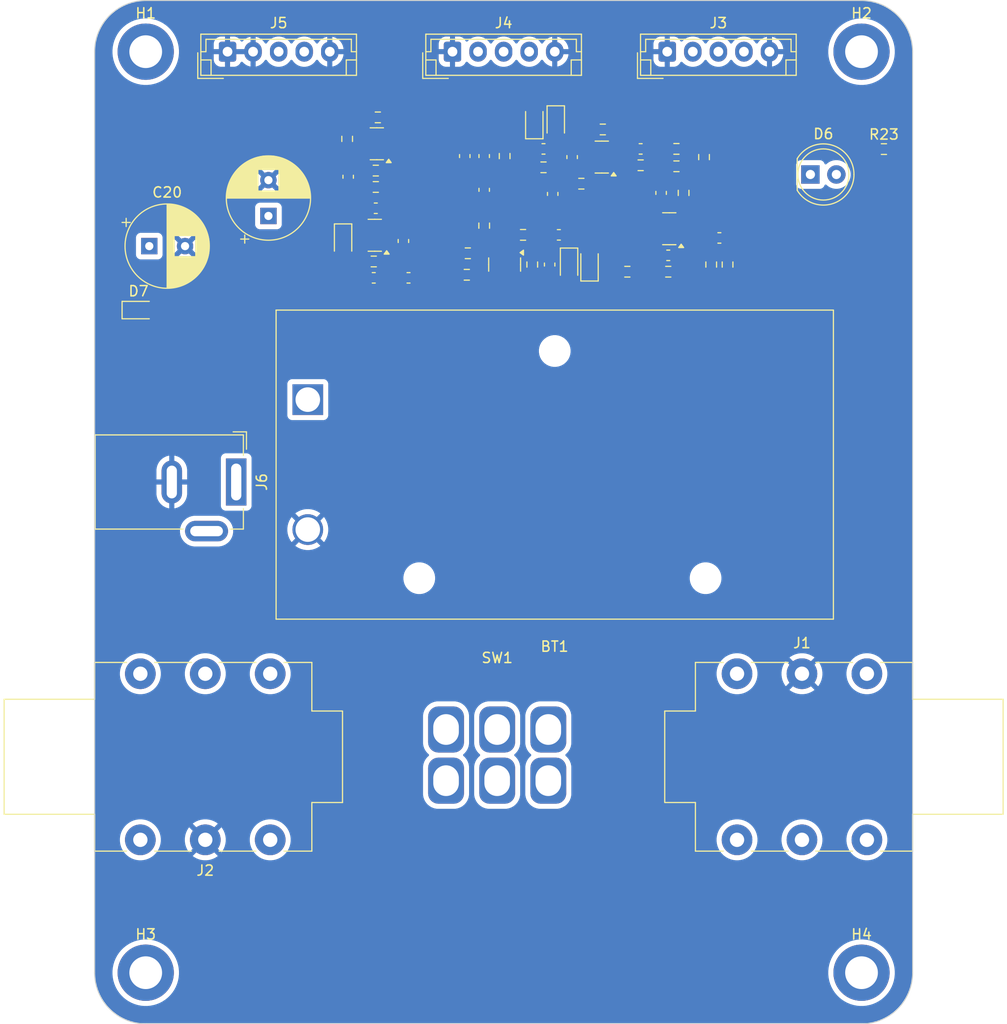
<source format=kicad_pcb>
(kicad_pcb (version 20241229) (generator "pcbnew") (generator_version "9.0")
  (layers (0 "F.Cu" signal) (2 "B.Cu" signal) (13 "F.Paste" user) (15 "B.Paste" user) (5 "F.SilkS" user "F.Silkscreen") (7 "B.SilkS" user "B.Silkscreen") (1 "F.Mask" user) (3 "B.Mask" user) (25 "Edge.Cuts" user))
  (net 0 "")
  (net 1 "Net-(D1-K)")
  (net 2 "Net-(D1-A)")
  (net 3 "Net-(D3-K)")
  (net 4 "Net-(D3-A)")
  (net 5 "Net-(Q1-E)")
  (net 6 "Net-(Q2-E)")
  (net 7 "Net-(Q3-B)")
  (net 8 "Net-(Q3-E)")
  (net 9 "Net-(Q3-C)")
  (net 10 "Net-(Q5-B)")
  (net 11 "Net-(Q4-B)")
  (net 12 "Net-(Q4-C)")
  (net 13 "0")
  (net 14 "9V")
  (net 15 "Net-(Q1-B)")
  (net 16 "Net-(Q2-B)")
  (net 17 "Net-(C2-Pad1)")
  (net 18 "Net-(C4-Pad1)")
  (net 19 "Net-(C7-Pad1)")
  (net 20 "Net-(D4-K)")
  (net 21 "Net-(Q4-E)")
  (net 26 "FS_OUT")
  (net 31 "F_OUT")
  (net 32 "Net-(J5-Pin_4)")
  (net 33 "Net-(J4-Pin_4)")
  (net 34 "Net-(J4-Pin_2)")
  (net 35 "Net-(SW1A-B)")
  (net 36 "Net-(D6-A)")
  (net 37 "Net-(J3-Pin_3)")
  (net 38 "Net-(J3-Pin_4)")
  (net 39 "Net-(J5-Pin_3)")
  (net 40 "Net-(D6-K)")
  (net 41 "SW_IN")
  (net 43 "Net-(BT1-+)")
  (net 44 "Net-(D7-A)")
  (footprint "Resistor_SMD:R_0603_1608Metric_Pad0.98x0.95mm_HandSolder" (layer "F.Cu") (at 107.6 68.8 -90)
    (property "Reference" "R2" (hide yes))
    (property "Value" "100")
    (pad "1" smd roundrect (at -0.9125 0 270) (size 0.975 0.95) (layers "F.Cu" "F.Mask" "F.Paste") (net 13 "0"))
    (pad "2" smd roundrect (at 0.9125 0 270) (size 0.975 0.95) (layers "F.Cu" "F.Mask" "F.Paste") (net 21 "Net-(Q4-E)"))
  )
  (footprint "Capacitor_SMD:C_0603_1608Metric_Pad1.08x0.95mm_HandSolder" (layer "F.Cu") (at 93.9 64.5 180)
    (property "Reference" "C6" (hide yes))
    (property "Value" "1u")
    (pad "1" smd roundrect (at -0.8625 0 180) (size 1.075 0.95) (layers "F.Cu" "F.Mask" "F.Paste") (net 15 "Net-(Q1-B)"))
    (pad "2" smd roundrect (at 0.8625 0 180) (size 1.075 0.95) (layers "F.Cu" "F.Mask" "F.Paste") (net 4 "Net-(D3-A)"))
  )
  (footprint "Diode_SMD:D_SOD-323" (layer "F.Cu") (at 95.1 61.9 -90)
    (property "Reference" "D3" (hide yes))
    (property "Value" "1N4148WS")
    (pad "1" smd roundrect (at -1.05 0 270) (size 0.6 0.45) (layers "F.Cu" "F.Mask" "F.Paste") (net 3 "Net-(D3-K)"))
    (pad "2" smd roundrect (at 1.05 0 270) (size 0.6 0.45) (layers "F.Cu" "F.Mask" "F.Paste") (net 4 "Net-(D3-A)"))
  )
  (footprint "Diode_SMD:D_SOD-323" (layer "F.Cu") (at 93 61.9 90)
    (property "Reference" "D5" (hide yes))
    (property "Value" "1N4148WS")
    (pad "1" smd roundrect (at -1.05 0 90) (size 0.6 0.45) (layers "F.Cu" "F.Mask" "F.Paste") (net 4 "Net-(D3-A)"))
    (pad "2" smd roundrect (at 1.05 0 90) (size 0.6 0.45) (layers "F.Cu" "F.Mask" "F.Paste") (net 3 "Net-(D3-K)"))
  )
  (footprint "LED_THT:LED_D5.0mm" (layer "F.Cu") (at 120 67)
    (property "Reference" "D6" (at 1.27 -3.96 0) (layer "F.SilkS"))
    (property "Value" "LED")
    (pad "1" thru_hole rect (at 0 0) (size 1.8 1.8) (drill 0.9) (layers "*.Cu" "*.Mask") (net 40 "Net-(D6-K)"))
    (pad "2" thru_hole circle (at 2.54 0) (size 1.8 1.8) (drill 0.9) (layers "*.Cu" "*.Mask") (net 36 "Net-(D6-A)"))
  )
  (footprint "Capacitor_SMD:C_0603_1608Metric_Pad1.08x0.95mm_HandSolder" (layer "F.Cu") (at 88.1 65.2 90)
    (property "Reference" "C13" (hide yes))
    (property "Value" "10n")
    (pad "1" smd roundrect (at -0.8625 0 90) (size 1.075 0.95) (layers "F.Cu" "F.Mask" "F.Paste") (net 13 "0"))
    (pad "2" smd roundrect (at 0.8625 0 90) (size 1.075 0.95) (layers "F.Cu" "F.Mask" "F.Paste") (net 34 "Net-(J4-Pin_2)"))
  )
  (footprint "Resistor_SMD:R_0603_1608Metric_Pad0.98x0.95mm_HandSolder" (layer "F.Cu") (at 88.1 72 90)
    (property "Reference" "R22" (hide yes))
    (property "Value" "22k")
    (pad "1" smd roundrect (at -0.9125 0 90) (size 0.975 0.95) (layers "F.Cu" "F.Mask" "F.Paste") (net 13 "0"))
    (pad "2" smd roundrect (at 0.9125 0 90) (size 0.975 0.95) (layers "F.Cu" "F.Mask" "F.Paste") (net 33 "Net-(J4-Pin_4)"))
  )
  (footprint "pedale:M3_hole_with_spacer" (layer "F.Cu") (at 55 145)
    (property "Reference" "H3" (at 0 -3.75 0) (layer "F.SilkS"))
    (property "Value" "MountingHole")
    (pad "1" thru_hole circle (at 0 0) (size 3.6 3.6) (drill 3.2) (layers "*.Cu" "*.Mask"))
    (pad "1" connect circle (at 0 0) (size 5.5 5.5) (layers "F.Cu" "F.Mask"))
    (pad "1" connect circle (at 0 0) (size 5.5 5.5) (layers "B.Cu" "B.Mask"))
  )
  (footprint "Capacitor_SMD:C_0603_1608Metric_Pad1.08x0.95mm_HandSolder" (layer "F.Cu") (at 88.1 68.5 -90)
    (property "Reference" "C12" (hide yes))
    (property "Value" "4.7n")
    (pad "1" smd roundrect (at -0.8625 0 270) (size 1.075 0.95) (layers "F.Cu" "F.Mask" "F.Paste") (net 2 "Net-(D1-A)"))
    (pad "2" smd roundrect (at 0.8625 0 270) (size 1.075 0.95) (layers "F.Cu" "F.Mask" "F.Paste") (net 33 "Net-(J4-Pin_4)"))
  )
  (footprint "Resistor_SMD:R_0603_1608Metric_Pad0.98x0.95mm_HandSolder" (layer "F.Cu") (at 103.4 66.1)
    (property "Reference" "R9" (hide yes))
    (property "Value" "470k")
    (pad "1" smd roundrect (at -0.9125 0) (size 0.975 0.95) (layers "F.Cu" "F.Mask" "F.Paste") (net 15 "Net-(Q1-B)"))
    (pad "2" smd roundrect (at 0.9125 0) (size 0.975 0.95) (layers "F.Cu" "F.Mask" "F.Paste") (net 3 "Net-(D3-K)"))
  )
  (footprint "Connector_JST:JST_EH_B5B-EH-A_1x05_P2.50mm_Vertical" (layer "F.Cu") (at 63 55)
    (property "Reference" "J5" (at 5 -2.8 0) (layer "F.SilkS"))
    (property "Value" "Conn_01x05")
    (pad "1" thru_hole roundrect (at 0 0) (size 1.7 1.95) (drill 0.95) (layers "*.Cu" "*.Mask") (roundrect_rratio 0.147059) (net 13 "0"))
    (pad "2" thru_hole oval (at 2.5 0) (size 1.7 1.95) (drill 0.95) (layers "*.Cu" "*.Mask") (net 13 "0"))
    (pad "3" thru_hole oval (at 5 0) (size 1.7 1.95) (drill 0.95) (layers "*.Cu" "*.Mask") (net 39 "Net-(J5-Pin_3)"))
    (pad "4" thru_hole oval (at 7.5 0) (size 1.7 1.95) (drill 0.95) (layers "*.Cu" "*.Mask") (net 32 "Net-(J5-Pin_4)"))
    (pad "5" thru_hole oval (at 10 0) (size 1.7 1.95) (drill 0.95) (layers "*.Cu" "*.Mask") (net 13 "0"))
  )
  (footprint "Capacitor_SMD:C_0603_1608Metric_Pad1.08x0.95mm_HandSolder" (layer "F.Cu") (at 94.5 75.8 -90)
    (property "Reference" "C9" (hide yes))
    (property "Value" "470p")
    (pad "1" smd roundrect (at -0.8625 0 270) (size 1.075 0.95) (layers "F.Cu" "F.Mask" "F.Paste") (net 16 "Net-(Q2-B)"))
    (pad "2" smd roundrect (at 0.8625 0 270) (size 1.075 0.95) (layers "F.Cu" "F.Mask" "F.Paste") (net 2 "Net-(D1-A)"))
  )
  (footprint "pedale:M3_hole_with_spacer" (layer "F.Cu") (at 125 145)
    (property "Reference" "H4" (at 0 -3.75 0) (layer "F.SilkS"))
    (property "Value" "MountingHole")
    (pad "1" thru_hole circle (at 0 0) (size 3.6 3.6) (drill 3.2) (layers "*.Cu" "*.Mask"))
    (pad "1" connect circle (at 0 0) (size 5.5 5.5) (layers "F.Cu" "F.Mask"))
    (pad "1" connect circle (at 0 0) (size 5.5 5.5) (layers "B.Cu" "B.Mask"))
  )
  (footprint "Resistor_SMD:R_0603_1608Metric_Pad0.98x0.95mm_HandSolder" (layer "F.Cu") (at 97.6 67.9)
    (property "Reference" "R8" (hide yes))
    (property "Value" "100k")
    (pad "1" smd roundrect (at -0.9125 0) (size 0.975 0.95) (layers "F.Cu" "F.Mask" "F.Paste") (net 15 "Net-(Q1-B)"))
    (pad "2" smd roundrect (at 0.9125 0) (size 0.975 0.95) (layers "F.Cu" "F.Mask" "F.Paste") (net 13 "0"))
  )
  (footprint "Capacitor_SMD:C_0603_1608Metric_Pad1.08x0.95mm_HandSolder" (layer "F.Cu") (at 86.2 65.2 -90)
    (property "Reference" "C10" (hide yes))
    (property "Value" "100n")
    (pad "1" smd roundrect (at -0.8625 0 270) (size 1.075 0.95) (layers "F.Cu" "F.Mask" "F.Paste") (net 31 "F_OUT"))
    (pad "2" smd roundrect (at 0.8625 0 270) (size 1.075 0.95) (layers "F.Cu" "F.Mask" "F.Paste") (net 7 "Net-(Q3-B)"))
  )
  (footprint "Capacitor_SMD:C_0603_1608Metric_Pad1.08x0.95mm_HandSolder" (layer "F.Cu") (at 80.2 73.5 -90)
    (property "Reference" "C17" (hide yes))
    (property "Value" "10u")
    (pad "1" smd roundrect (at -0.8625 0 270) (size 1.075 0.95) (layers "F.Cu" "F.Mask" "F.Paste") (net 14 "9V"))
    (pad "2" smd roundrect (at 0.8625 0 270) (size 1.075 0.95) (layers "F.Cu" "F.Mask" "F.Paste") (net 13 "0"))
  )
  (footprint "Capacitor_SMD:C_0603_1608Metric_Pad1.08x0.95mm_HandSolder" (layer "F.Cu") (at 80.7 77.1 180)
    (property "Reference" "C18" (hide yes))
    (property "Value" "100n")
    (pad "1" smd roundrect (at -0.8625 0 180) (size 1.075 0.95) (layers "F.Cu" "F.Mask" "F.Paste") (net 13 "0"))
    (pad "2" smd roundrect (at 0.8625 0 180) (size 1.075 0.95) (layers "F.Cu" "F.Mask" "F.Paste") (net 10 "Net-(Q5-B)"))
  )
  (footprint "Capacitor_SMD:C_0603_1608Metric_Pad1.08x0.95mm_HandSolder" (layer "F.Cu") (at 77.5 70.3 180)
    (property "Reference" "C16" (hide yes))
    (property "Value" "10u")
    (pad "1" smd roundrect (at -0.8625 0 180) (size 1.075 0.95) (layers "F.Cu" "F.Mask" "F.Paste") (net 14 "9V"))
    (pad "2" smd roundrect (at 0.8625 0 180) (size 1.075 0.95) (layers "F.Cu" "F.Mask" "F.Paste") (net 13 "0"))
  )
  (footprint "Capacitor_SMD:C_0603_1608Metric_Pad1.08x0.95mm_HandSolder" (layer "F.Cu") (at 77.3 77.1 180)
    (property "Reference" "C14" (hide yes))
    (property "Value" "10u")
    (pad "1" smd roundrect (at -0.8625 0 180) (size 1.075 0.95) (layers "F.Cu" "F.Mask" "F.Paste") (net 10 "Net-(Q5-B)"))
    (pad "2" smd roundrect (at 0.8625 0 180) (size 1.075 0.95) (layers "F.Cu" "F.Mask" "F.Paste") (net 13 "0"))
  )
  (footprint "Resistor_SMD:R_0603_1608Metric_Pad0.98x0.95mm_HandSolder" (layer "F.Cu") (at 93.9 66.3)
    (property "Reference" "R12" (hide yes))
    (property "Value" "10k")
    (pad "1" smd roundrect (at -0.9125 0) (size 0.975 0.95) (layers "F.Cu" "F.Mask" "F.Paste") (net 3 "Net-(D3-K)"))
    (pad "2" smd roundrect (at 0.9125 0) (size 0.975 0.95) (layers "F.Cu" "F.Mask" "F.Paste") (net 19 "Net-(C7-Pad1)"))
  )
  (footprint "Diode_SMD:D_SOD-323" (layer "F.Cu") (at 98.4 75.8 90)
    (property "Reference" "D2" (hide yes))
    (property "Value" "1N4148WS")
    (pad "1" smd roundrect (at -1.05 0 90) (size 0.6 0.45) (layers "F.Cu" "F.Mask" "F.Paste") (net 2 "Net-(D1-A)"))
    (pad "2" smd roundrect (at 1.05 0 90) (size 0.6 0.45) (layers "F.Cu" "F.Mask" "F.Paste") (net 1 "Net-(D1-K)"))
  )
  (footprint "Connector_BarrelJack:BarrelJack_GCT_DCJ200-10-A_Horizontal" (layer "F.Cu") (at 63.85 97.05 -90)
    (property "Reference" "J6" (at 0 -2.5 90) (layer "F.SilkS"))
    (property "Value" "Barrel_Jack_MountingPin")
    (pad "1" thru_hole rect (at 0 0 270) (size 4.6 2) (drill oval 3.6 1) (layers "*.Cu" "*.Mask") (net 44 "Net-(D7-A)"))
    (pad "2" thru_hole oval (at 0 6.3 270) (size 4.2 2) (drill oval 3.2 1) (layers "*.Cu" "*.Mask") (net 13 "0"))
    (pad "3" thru_hole oval (at 4.8 2.9 270) (size 2 4.2) (drill oval 1 3.2) (layers "*.Cu" "*.Mask"))
  )
  (footprint "pedale:M3_hole_with_spacer" (layer "F.Cu") (at 55 55)
    (property "Reference" "H1" (at 0 -3.75 0) (layer "F.SilkS"))
    (property "Value" "MountingHole")
    (pad "1" thru_hole circle (at 0 0) (size 3.6 3.6) (drill 3.2) (layers "*.Cu" "*.Mask"))
    (pad "1" connect circle (at 0 0) (size 5.5 5.5) (layers "F.Cu" "F.Mask"))
    (pad "1" connect circle (at 0 0) (size 5.5 5.5) (layers "B.Cu" "B.Mask"))
  )
  (footprint "Resistor_SMD:R_0603_1608Metric_Pad0.98x0.95mm_HandSolder" (layer "F.Cu") (at 74.7 63.52 90)
    (property "Reference" "R20" (hide yes))
    (property "Value" "15k")
    (pad "1" smd roundrect (at -0.9125 0 90) (size 0.975 0.95) (layers "F.Cu" "F.Mask" "F.Paste") (net 9 "Net-(Q3-C)"))
    (pad "2" smd roundrect (at 0.9125 0 90) (size 0.975 0.95) (layers "F.Cu" "F.Mask" "F.Paste") (net 14 "9V"))
  )
  (footprint "Capacitor_THT:CP_Radial_D8.0mm_P3.50mm" (layer "F.Cu") (at 67 71.052651 90)
    (property "Reference" "C19" (hide yes))
    (property "Value" "470u")
    (pad "1" thru_hole rect (at 0 0 90) (size 1.6 1.6) (drill 0.8) (layers "*.Cu" "*.Mask") (net 14 "9V"))
    (pad "2" thru_hole circle (at 3.5 0 90) (size 1.6 1.6) (drill 0.8) (layers "*.Cu" "*.Mask") (net 13 "0"))
  )
  (footprint "Connector_JST:JST_EH_B5B-EH-A_1x05_P2.50mm_Vertical" (layer "F.Cu") (at 106 55)
    (property "Reference" "J3" (at 5 -2.8 0) (layer "F.SilkS"))
    (property "Value" "Conn_01x05")
    (pad "1" thru_hole roundrect (at 0 0) (size 1.7 1.95) (drill 0.95) (layers "*.Cu" "*.Mask") (roundrect_rratio 0.147059) (net 13 "0"))
    (pad "2" thru_hole oval (at 2.5 0) (size 1.7 1.95) (drill 0.95) (layers "*.Cu" "*.Mask") (net 26 "FS_OUT"))
    (pad "3" thru_hole oval (at 5 0) (size 1.7 1.95) (drill 0.95) (layers "*.Cu" "*.Mask") (net 37 "Net-(J3-Pin_3)"))
    (pad "4" thru_hole oval (at 7.5 0) (size 1.7 1.95) (drill 0.95) (layers "*.Cu" "*.Mask") (net 38 "Net-(J3-Pin_4)"))
    (pad "5" thru_hole oval (at 10 0) (size 1.7 1.95) (drill 0.95) (layers "*.Cu" "*.Mask") (net 13 "0"))
  )
  (footprint "Resistor_SMD:R_0603_1608Metric_Pad0.98x0.95mm_HandSolder" (layer "F.Cu") (at 106.9 66.2 180)
    (property "Reference" "R10" (hide yes))
    (property "Value" "10k")
    (pad "1" smd roundrect (at -0.9125 0 180) (size 0.975 0.95) (layers "F.Cu" "F.Mask" "F.Paste") (net 14 "9V"))
    (pad "2" smd roundrect (at 0.9125 0 180) (size 0.975 0.95) (layers "F.Cu" "F.Mask" "F.Paste") (net 3 "Net-(D3-K)"))
  )
  (footprint "Capacitor_SMD:C_0603_1608Metric_Pad1.08x0.95mm_HandSolder" (layer "F.Cu") (at 94.8 68.9 -90)
    (property "Reference" "C7" (hide yes))
    (property "Value" "100n")
    (pad "1" smd roundrect (at -0.8625 0 270) (size 1.075 0.95) (layers "F.Cu" "F.Mask" "F.Paste") (net 19 "Net-(C7-Pad1)"))
    (pad "2" smd roundrect (at 0.8625 0 270) (size 1.075 0.95) (layers "F.Cu" "F.Mask" "F.Paste") (net 16 "Net-(Q2-B)"))
  )
  (footprint "Resistor_SMD:R_0603_1608Metric_Pad0.98x0.95mm_HandSolder" (layer "F.Cu") (at 106.9 64.5 180)
    (property "Reference" "R7" (hide yes))
    (property "Value" "10k")
    (pad "1" smd roundrect (at -0.9125 0 180) (size 0.975 0.95) (layers "F.Cu" "F.Mask" "F.Paste") (net 37 "Net-(J3-Pin_3)"))
    (pad "2" smd roundrect (at 0.9125 0 180) (size 0.975 0.95) (layers "F.Cu" "F.Mask" "F.Paste") (net 18 "Net-(C4-Pad1)"))
  )
  (footprint "Capacitor_SMD:C_0603_1608Metric_Pad1.08x0.95mm_HandSolder" (layer "F.Cu") (at 105.4 68.8 90)
    (property "Reference" "C3" (hide yes))
    (property "Value" "1u")
    (pad "1" smd roundrect (at -0.8625 0 90) (size 1.075 0.95) (layers "F.Cu" "F.Mask" "F.Paste") (net 12 "Net-(Q4-C)"))
    (pad "2" smd roundrect (at 0.8625 0 90) (size 1.075 0.95) (layers "F.Cu" "F.Mask" "F.Paste") (net 26 "FS_OUT"))
  )
  (footprint "Capacitor_SMD:C_0603_1608Metric_Pad1.08x0.95mm_HandSolder" (layer "F.Cu") (at 96.7 65.3 90)
    (property "Reference" "C5" (hide yes))
    (property "Value" "470p")
    (pad "1" smd roundrect (at -0.8625 0 90) (size 1.075 0.95) (layers "F.Cu" "F.Mask" "F.Paste") (net 15 "Net-(Q1-B)"))
    (pad "2" smd roundrect (at 0.8625 0 90) (size 1.075 0.95) (layers "F.Cu" "F.Mask" "F.Paste") (net 3 "Net-(D3-K)"))
  )
  (footprint "Connector_Audio:Jack_6.35mm_Neutrik_NMJ6HHD2_Horizontal" (layer "F.Cu") (at 112.825 115.785)
    (property "Reference" "J1" (at 6.35 -3 0) (layer "F.SilkS"))
    (property "Value" "NMJ6HHD2")
    (pad "R" thru_hole circle (at 6.35 0) (size 3 3) (drill 1.4) (layers "*.Cu" "*.Mask") (net 13 "0"))
    (pad "RN" thru_hole circle (at 6.35 16.23) (size 3 3) (drill 1.4) (layers "*.Cu" "*.Mask"))
    (pad "S" thru_hole circle (at 12.7 0) (size 3 3) (drill 1.4) (layers "*.Cu" "*.Mask"))
    (pad "SN" thru_hole circle (at 12.7 16.23) (size 3 3) (drill 1.4) (layers "*.Cu" "*.Mask"))
    (pad "T" thru_hole circle (at 0 0) (size 3 3) (drill 1.4) (layers "*.Cu" "*.Mask") (net 41 "SW_IN"))
    (pad "TN" thru_hole circle (at 0 16.23) (size 3 3) (drill 1.4) (layers "*.Cu" "*.Mask"))
  )
  (footprint "Package_TO_SOT_SMD:SOT-23" (layer "F.Cu") (at 90.1 75.8 -90)
    (property "Reference" "Q2" (hide yes))
    (property "Value" "MMBT5551")
    (pad "1" smd roundrect (at -0.9375 -0.95 270) (size 1.475 0.6) (layers "F.Cu" "F.Mask" "F.Paste") (net 16 "Net-(Q2-B)"))
    (pad "2" smd roundrect (at -0.9375 0.95 270) (size 1.475 0.6) (layers "F.Cu" "F.Mask" "F.Paste") (net 6 "Net-(Q2-E)"))
    (pad "3" smd roundrect (at 0.9375 0 270) (size 1.475 0.6) (layers "F.Cu" "F.Mask" "F.Paste") (net 2 "Net-(D1-A)"))
  )
  (footprint "Package_TO_SOT_SMD:SOT-23" (layer "F.Cu") (at 77.4 72.94 180)
    (property "Reference" "Q5" (hide yes))
    (property "Value" "MMBT5551")
    (pad "1" smd roundrect (at -0.9375 -0.95 180) (size 1.475 0.6) (layers "F.Cu" "F.Mask" "F.Paste") (net 10 "Net-(Q5-B)"))
    (pad "2" smd roundrect (at -0.9375 0.95 180) (size 1.475 0.6) (layers "F.Cu" "F.Mask" "F.Paste") (net 14 "9V"))
    (pad "3" smd roundrect (at 0.9375 0 180) (size 1.475 0.6) (layers "F.Cu" "F.Mask" "F.Paste") (net 20 "Net-(D4-K)"))
  )
  (footprint "Resistor_SMD:R_0603_1608Metric_Pad0.98x0.95mm_HandSolder" (layer "F.Cu") (at 92.8 75.8 -90)
    (property "Reference" "R14" (hide yes))
    (property "Value" "470k")
    (pad "1" smd roundrect (at -0.9125 0 270) (size 0.975 0.95) (layers "F.Cu" "F.Mask" "F.Paste") (net 16 "Net-(Q2-B)"))
    (pad "2" smd roundrect (at 0.9125 0 270) (size 0.975 0.95) (layers "F.Cu" "F.Mask" "F.Paste") (net 2 "Net-(D1-A)"))
  )
  (footprint "Capacitor_SMD:C_0603_1608Metric_Pad1.08x0.95mm_HandSolder" (layer "F.Cu") (at 95.4 72.9)
    (property "Reference" "C8" (hide yes))
    (property "Value" "1u")
    (pad "1" smd roundrect (at -0.8625 0) (size 1.075 0.95) (layers "F.Cu" "F.Mask" "F.Paste") (net 16 "Net-(Q2-B)"))
    (pad "2" smd roundrect (at 0.8625 0) (size 1.075 0.95) (layers "F.Cu" "F.Mask" "F.Paste") (net 1 "Net-(D1-K)"))
  )
  (footprint "Resistor_SMD:R_0603_1608Metric_Pad0.98x0.95mm_HandSolder" (layer "F.Cu") (at 127.19 64.52)
    (property "Reference" "R23" (at 0 -1.43 0) (layer "F.SilkS"))
    (property "Value" "1k")
    (pad "1" smd roundrect (at -0.9125 0) (size 0.975 0.95) (layers "F.Cu" "F.Mask" "F.Paste") (net 40 "Net-(D6-K)"))
    (pad "2" smd roundrect (at 0.9125 0) (size 0.975 0.95) (layers "F.Cu" "F.Mask" "F.Paste") (net 13 "0"))
  )
  (footprint "switch:switch_DPDT" (layer "F.Cu") (at 84.37 121.235)
    (property "Reference" "SW1" (at 5 -7 0) (layer "F.SilkS"))
    (property "Value" "SW_DPDT_x2")
    (pad "1" thru_hole roundrect (at 0 0) (size 3.5 4.5) (drill oval 2.5 3) (layers "*.Cu" "*.Mask") (roundrect_rratio 0.2857142857) (net 39 "Net-(J5-Pin_3)"))
    (pad "2" thru_hole roundrect (at 5 0) (size 3.5 4.5) (drill oval 2.5 3) (layers "*.Cu" "*.Mask") (roundrect_rratio 0.2857142857) (net 35 "Net-(SW1A-B)"))
    (pad "3" thru_hole roundrect (at 10 0) (size 3.5 4.5) (drill oval 2.5 3) (layers "*.Cu" "*.Mask") (roundrect_rratio 0.2857142857) (net 41 "SW_IN"))
    (pad "4" thru_hole roundrect (at 10 5) (size 3.5 4.5) (drill oval 2.5 3) (layers "*.Cu" "*.Mask") (roundrect_rratio 0.2857142857) (net 14 "9V"))
    (pad "5" thru_hole roundrect (at 5 5) (size 3.5 4.5) (drill oval 2.5 3) (layers "*.Cu" "*.Mask") (roundrect_rratio 0.2857142857) (net 36 "Net-(D6-A)"))
    (pad "6" thru_hole roundrect (at 0 5) (size 3.5 4.5) (drill oval 2.5 3) (layers "*.Cu" "*.Mask") (roundrect_rratio 0.2857142857))
  )
  (footprint "Diode_SMD:D_SOD-323" (layer "F.Cu") (at 96.4 75.8 -90)
    (property "Reference" "D1" (hide yes))
    (property "Value" "1N4148WS")
    (pad "1" smd roundrect (at -1.05 0 270) (size 0.6 0.45) (layers "F.Cu" "F.Mask" "F.Paste") (net 1 "Net-(D1-K)"))
    (pad "2" smd roundrect (at 1.05 0 270) (size 0.6 0.45) (layers "F.Cu" "F.Mask" "F.Paste") (net 2 "Net-(D1-A)"))
  )
  (footprint "Resistor_SMD:R_0603_1608Metric_Pad0.98x0.95mm_HandSolder" (layer "F.Cu") (at 77.5 68.22 180)
    (property "Reference" "R19" (hide yes))
    (property "Value" "470k")
    (pad "1" smd roundrect (at -0.9125 0 180) (size 0.975 0.95) (layers "F.Cu" "F.Mask" "F.Paste") (net 7 "Net-(Q3-B)"))
    (pad "2" smd roundrect (at 0.9125 0 180) (size 0.975 0.95) (layers "F.Cu" "F.Mask" "F.Paste") (net 14 "9V"))
  )
  (footprint "Resistor_SMD:R_0603_1608Metric_Pad0.98x0.95mm_HandSolder" (layer "F.Cu") (at 109.6 65.3 -90)
    (property "Reference" "R6" (hide yes))
    (property "Value" "1k")
    (pad "1" smd roundrect (at -0.9125 0 270) (size 0.975 0.95) (layers "F.Cu" "F.Mask" "F.Paste") (net 38 "Net-(J3-Pin_4)"))
    (pad "2" smd roundrect (at 0.9125 0 270) (size 0.975 0.95) (layers "F.Cu" "F.Mask" "F.Paste") (net 13 "0"))
  )
  (footprint "Resistor_SMD:R_0603_1608Metric_Pad0.98x0.95mm_HandSolder" (layer "F.Cu") (at 86.5 74.7 180)
    (property "Reference" "R16" (hide yes))
    (property "Value" "150")
    (pad "1" smd roundrect (at -0.9125 0 180) (size 0.975 0.95) (layers "F.Cu" "F.Mask" "F.Paste") (net 6 "Net-(Q2-E)"))
    (pad "2" smd roundrect (at 0.9125 0 180) (size 0.975 0.95) (layers "F.Cu" "F.Mask" "F.Paste") (net 13 "0"))
  )
  (footprint "Package_TO_SOT_SMD:SOT-23" (layer "F.Cu") (at 106.2 72.3 180)
    (property "Reference" "Q4" (hide yes))
    (property "Value" "MMBT5551")
    (pad "1" smd roundrect (at -0.9375 -0.95 180) (size 1.475 0.6) (layers "F.Cu" "F.Mask" "F.Paste") (net 11 "Net-(Q4-B)"))
    (pad "2" smd roundrect (at -0.9375 0.95 180) (size 1.475 0.6) (layers "F.Cu" "F.Mask" "F.Paste") (net 21 "Net-(Q4-E)"))
    (pad "3" smd roundrect (at 0.9375 0 180) (size 1.475 0.6) (layers "F.Cu" "F.Mask" "F.Paste") (net 12 "Net-(Q4-C)"))
  )
  (footprint "Resistor_SMD:R_0603_1608Metric_Pad0.98x0.95mm_HandSolder" (layer "F.Cu") (at 77.7 61.42 180)
    (property "Reference" "R21" (hide yes))
    (property "Value" "3.3k")
    (pad "1" smd roundrect (at -0.9125 0 180) (size 0.975 0.95) (layers "F.Cu" "F.Mask" "F.Paste") (net 8 "Net-(Q3-E)"))
    (pad "2" smd roundrect (at 0.9125 0 180) (size 0.975 0.95) (layers "F.Cu" "F.Mask" "F.Paste") (net 13 "0"))
  )
  (footprint "Package_TO_SOT_SMD:SOT-23" (layer "F.Cu") (at 99.6 65.3 180)
    (property "Reference" "Q1" (hide yes))
    (property "Value" "MMBT5551")
    (pad "1" smd roundrect (at -0.9375 -0.95 180) (size 1.475 0.6) (layers "F.Cu" "F.Mask" "F.Paste") (net 15 "Net-(Q1-B)"))
    (pad "2" smd roundrect (at -0.9375 0.95 180) (size 1.475 0.6) (layers "F.Cu" "F.Mask" "F.Paste") (net 5 "Net-(Q1-E)"))
    (pad "3" smd roundrect (at 0.9375 0 180) (size 1.475 0.6) (layers "F.Cu" "F.Mask" "F.Paste") (net 3 "Net-(D3-K)"))
  )
  (footprint "Resistor_SMD:R_0603_1608Metric_Pad0.98x0.95mm_HandSolder" (layer "F.Cu") (at 106.1 76.5 180)
    (property "Reference" "R4" (hide yes))
    (property "Value" "470k")
    (pad "1" smd roundrect (at -0.9125 0 180) (size 0.975 0.95) (layers "F.Cu" "F.Mask" "F.Paste") (net 11 "Net-(Q4-B)"))
    (pad "2" smd roundrect (at 0.9125 0 180) (size 0.975 0.95) (layers "F.Cu" "F.Mask" "F.Paste") (net 12 "Net-(Q4-C)"))
  )
  (footprint "Package_TO_SOT_SMD:SOT-23" (layer "F.Cu") (at 77.6 64 180)
    (property "Reference" "Q3" (hide yes))
    (property "Value" "MMBT5551")
    (pad "1" smd roundrect (at -0.9375 -0.95 180) (size 1.475 0.6) (layers "F.Cu" "F.Mask" "F.Paste") (net 7 "Net-(Q3-B)"))
    (pad "2" smd roundrect (at -0.9375 0.95 180) (size 1.475 0.6) (layers "F.Cu" "F.Mask" "F.Paste") (net 8 "Net-(Q3-E)"))
    (pad "3" smd roundrect (at 0.9375 0 180) (size 1.475 0.6) (layers "F.Cu" "F.Mask" "F.Paste") (net 9 "Net-(Q3-C)"))
  )
  (footprint "Resistor_SMD:R_0603_1608Metric_Pad0.98x0.95mm_HandSolder" (layer "F.Cu") (at 99.7 62.6 180)
    (property "Reference" "R11" (hide yes))
    (property "Value" "150")
    (pad "1" smd roundrect (at -0.9125 0 180) (size 0.975 0.95) (layers "F.Cu" "F.Mask" "F.Paste") (net 5 "Net-(Q1-E)"))
    (pad "2" smd roundrect (at 0.9125 0 180) (size 0.975 0.95) (layers "F.Cu" "F.Mask" "F.Paste") (net 13 "0"))
  )
  (footprint "Resistor_SMD:R_0603_1608Metric_Pad0.98x0.95mm_HandSolder" (layer "F.Cu") (at 86.4 76.8)
    (property "Reference" "R15" (hide yes))
    (property "Value" "10k")
    (pad "1" smd roundrect (at -0.9125 0) (size 0.975 0.95) (layers "F.Cu" "F.Mask" "F.Paste") (net 14 "9V"))
    (pad "2" smd roundrect (at 0.9125 0) (size 0.975 0.95) (layers "F.Cu" "F.Mask" "F.Paste") (net 2 "Net-(D1-A)"))
  )
  (footprint "Diode_SMD:D_SOD-323" (layer "F.Cu") (at 74.3 73.44 -90)
    (property "Reference" "D4" (hide yes))
    (property "Value" "1N4148WS")
    (pad "1" smd roundrect (at -1.05 0 270) (size 0.6 0.45) (layers "F.Cu" "F.Mask" "F.Paste") (net 20 "Net-(D4-K)"))
    (pad "2" smd roundrect (at 1.05 0 270) (size 0.6 0.45) (layers "F.Cu" "F.Mask" "F.Paste") (net 43 "Net-(BT1-+)"))
  )
  (footprint "Capacitor_SMD:C_0603_1608Metric_Pad1.08x0.95mm_HandSolder" (layer "F.Cu") (at 74.8 67.22 -90)
    (property "Reference" "C11" (hide yes))
    (property "Value" "100n")
    (pad "1" smd roundrect (at -0.8625 0 270) (size 1.075 0.95) (layers "F.Cu" "F.Mask" "F.Paste") (net 9 "Net-(Q3-C)"))
    (pad "2" smd roundrect (at 0.8625 0 270) (size 1.075 0.95) (layers "F.Cu" "F.Mask" "F.Paste") (net 32 "Net-(J5-Pin_4)"))
  )
  (footprint "Connector_JST:JST_EH_B5B-EH-A_1x05_P2.50mm_Vertical" (layer "F.Cu") (at 85 55)
    (property "Reference" "J4" (at 5 -2.8 0) (layer "F.SilkS"))
    (property "Value" "Conn_01x05")
    (pad "1" thru_hole roundrect (at 0 0) (size 1.7 1.95) (drill 0.95) (layers "*.Cu" "*.Mask") (roundrect_rratio 0.147059) (net 13 "0"))
    (pad "2" thru_hole oval (at 2.5 0) (size 1.7 1.95) (drill 0.95) (layers "*.Cu" "*.Mask") (net 34 "Net-(J4-Pin_2)"))
    (pad "3" thru_hole oval (at 5 0) (size 1.7 1.95) (drill 0.95) (layers "*.Cu" "*.Mask") (net 31 "F_OUT"))
    (pad "4" thru_hole oval (at 7.5 0) (size 1.7 1.95) (drill 0.95) (layers "*.Cu" "*.Mask") (net 33 "Net-(J4-Pin_4)"))
    (pad "5" thru_hole oval (at 10 0) (size 1.7 1.95) (drill 0.95) (layers "*.Cu" "*.Mask") (net 13 "0"))
  )
  (footprint "Resistor_SMD:R_0603_1608Metric_Pad0.98x0.95mm_HandSolder" (layer "F.Cu") (at 77.3 75.5 180)
    (property "Reference" "R24" (hide yes))
    (property "Value" "1k")
    (pad "1" smd roundrect (at -0.9125 0 180) (size 0.975 0.95) (layers "F.Cu" "F.Mask" "F.Paste") (net 10 "Net-(Q5-B)"))
    (pad "2" smd roundrect (at 0.9125 0 180) (size 0.975 0.95) (layers "F.Cu" "F.Mask" "F.Paste") (net 20 "Net-(D4-K)"))
  )
  (footprint "Connector_Audio:Jack_6.35mm_Neutrik_NMJ6HHD2_Horizontal" (layer "F.Cu") (at 67.175 132.015 180)
    (property "Reference" "J2" (at 6.35 -3 0) (layer "F.SilkS"))
    (property "Value" "NMJ6HHD2")
    (pad "R" thru_hole circle (at 6.35 0 180) (size 3 3) (drill 1.4) (layers "*.Cu" "*.Mask") (net 13 "0"))
    (pad "RN" thru_hole circle (at 6.35 16.23 180) (size 3 3) (drill 1.4) (layers "*.Cu" "*.Mask"))
    (pad "S" thru_hole circle (at 12.7 0 180) (size 3 3) (drill 1.4) (layers "*.Cu" "*.Mask"))
    (pad "SN" thru_hole circle (at 12.7 16.23 180) (size 3 3) (drill 1.4) (layers "*.Cu" "*.Mask"))
    (pad "T" thru_hole circle (at 0 0 180) (size 3 3) (drill 1.4) (layers "*.Cu" "*.Mask") (net 35 "Net-(SW1A-B)"))
    (pad "TN" thru_hole circle (at 0 16.23 180) (size 3 3) (drill 1.4) (layers "*.Cu" "*.Mask"))
  )
  (footprint "Capacitor_SMD:C_0603_1608Metric_Pad1.08x0.95mm_HandSolder" (layer "F.Cu") (at 106.1 74.9 180)
    (property "Reference" "C1" (hide yes))
    (property "Value" "470p")
    (pad "1" smd roundrect (at -0.8625 0 180) (size 1.075 0.95) (layers "F.Cu" "F.Mask" "F.Paste") (net 11 "Net-(Q4-B)"))
    (pad "2" smd roundrect (at 0.8625 0 180) (size 1.075 0.95) (layers "F.Cu" "F.Mask" "F.Paste") (net 12 "Net-(Q4-C)"))
  )
  (footprint "Resistor_SMD:R_0603_1608Metric_Pad0.98x0.95mm_HandSolder" (layer "F.Cu") (at 91.9 72.9 180)
    (property "Reference" "R13" (hide yes))
    (property "Value" "100k")
    (pad "1" smd roundrect (at -0.9125 0 180) (size 0.975 0.95) (layers "F.Cu" "F.Mask" "F.Paste") (net 16 "Net-(Q2-B)"))
    (pad "2" smd roundrect (at 0.9125 0 180) (size 0.975 0.95) (layers "F.Cu" "F.Mask" "F.Paste") (net 13 "0"))
  )
  (footprint "Resistor_SMD:R_0603_1608Metric_Pad0.98x0.95mm_HandSolder" (layer "F.Cu") (at 77.5 66.62 180)
    (property "Reference" "R18" (hide yes))
    (property "Value" "100k")
    (pad "1" smd roundrect (at -0.9125 0 180) (size 0.975 0.95) (layers "F.Cu" "F.Mask" "F.Paste") (net 7 "Net-(Q3-B)"))
    (pad "2" smd roundrect (at 0.9125 0 180) (size 0.975 0.95) (layers "F.Cu" "F.Mask" "F.Paste") (net 13 "0"))
  )
  (footprint "Resistor_SMD:R_0603_1608Metric_Pad0.98x0.95mm_HandSolder" (layer "F.Cu") (at 102.1 76.5)
    (property "Reference" "R5" (hide yes))
    (property "Value" "10k")
    (pad "1" smd roundrect (at -0.9125 0) (size 0.975 0.95) (layers "F.Cu" "F.Mask" "F.Paste") (net 14 "9V"))
    (pad "2" smd roundrect (at 0.9125 0) (size 0.975 0.95) (layers "F.Cu" "F.Mask" "F.Paste") (net 12 "Net-(Q4-C)"))
  )
  (footprint "pedale:BatteryHolder_Eagle_12BH611-GR" (layer "F.Cu") (at 70.85 89 180)
    (property "Reference" "BT1" (at -24.13 -24.13 0) (layer "F.SilkS"))
    (property "Value" "Battery_Cell")
    (pad "" np_thru_hole circle (at -38.9 -17.45 180) (size 2.6 2.6) (drill 2.6) (layers "*.Cu" "*.Mask"))
    (pad "" np_thru_hole circle (at -24.15 4.75 180) (size 2.6 2.6) (drill 2.6) (layers "*.Cu" "*.Mask"))
    (pad "" np_thru_hole circle (at -10.9 -17.45 180) (size 2.6 2.6) (drill 2.6) (layers "*.Cu" "*.Mask"))
    (pad "1" thru_hole rect (at 0 0 180) (size 3 3) (drill 2.4) (layers "*.Cu" "*.Mask") (net 43 "Net-(BT1-+)"))
    (pad "2" thru_hole circle (at 0 -12.7 180) (size 3 3) (drill 2.4) (layers "*.Cu" "*.Mask") (net 13 "0"))
  )
  (footprint "Resistor_SMD:R_0603_1608Metric_Pad0.98x0.95mm_HandSolder" (layer "F.Cu") (at 110.3 75.8 -90)
    (property "Reference" "R1" (hide yes))
    (property "Value" "47k")
    (pad "1" smd roundrect (at -0.9125 0 270) (size 0.975 0.95) (layers "F.Cu" "F.Mask" "F.Paste") (net 11 "Net-(Q4-B)"))
    (pad "2" smd roundrect (at 0.9125 0 270) (size 0.975 0.95) (layers "F.Cu" "F.Mask" "F.Paste") (net 13 "0"))
  )
  (footprint "pedale:M3_hole_with_spacer" (layer "F.Cu") (at 125 55)
    (property "Reference" "H2" (at 0 -3.75 0) (layer "F.SilkS"))
    (property "Value" "MountingHole")
    (pad "1" thru_hole circle (at 0 0) (size 3.6 3.6) (drill 3.2) (layers "*.Cu" "*.Mask"))
    (pad "1" connect circle (at 0 0) (size 5.5 5.5) (layers "F.Cu" "F.Mask"))
    (pad "1" connect circle (at 0 0) (size 5.5 5.5) (layers "B.Cu" "B.Mask"))
  )
  (footprint "Capacitor_SMD:C_0603_1608Metric_Pad1.08x0.95mm_HandSolder" (layer "F.Cu") (at 103.4 64.5 180)
    (property "Reference" "C4" (hide yes))
    (property "Value" "100n")
    (pad "1" smd roundrect (at -0.8625 0 180) (size 1.075 0.95) (layers "F.Cu" "F.Mask" "F.Paste") (net 18 "Net-(C4-Pad1)"))
    (pad "2" smd roundrect (at 0.8625 0 180) (size 1.075 0.95) (layers "F.Cu" "F.Mask" "F.Paste") (net 15 "Net-(Q1-B)"))
  )
  (footprint "Resistor_SMD:R_0603_1608Metric_Pad0.98x0.95mm_HandSolder" (layer "F.Cu") (at 90.1 65.2 90)
    (property "Reference" "R17" (hide yes))
    (property "Value" "39k")
    (pad "1" smd roundrect (at -0.9125 0 90) (size 0.975 0.95) (layers "F.Cu" "F.Mask" "F.Paste") (net 2 "Net-(D1-A)"))
    (pad "2" smd roundrect (at 0.9125 0 90) (size 0.975 0.95) (layers "F.Cu" "F.Mask" "F.Paste") (net 34 "Net-(J4-Pin_2)"))
  )
  (footprint "Resistor_SMD:R_0603_1608Metric_Pad0.98x0.95mm_HandSolder" (layer "F.Cu") (at 111.9 75.8 90)
    (property "Reference" "R3" (hide yes))
    (property "Value" "47k")
    (pad "1" smd roundrect (at -0.9125 0 90) (size 0.975 0.95) (layers "F.Cu" "F.Mask" "F.Paste") (net 41 "SW_IN"))
    (pad "2" smd roundrect (at 0.9125 0 90) (size 0.975 0.95) (layers "F.Cu" "F.Mask" "F.Paste") (net 17 "Net-(C2-Pad1)"))
  )
  (footprint "Capacitor_THT:CP_Radial_D8.0mm_P3.50mm" (layer "F.Cu") (at 55.347349 74)
    (property "Reference" "C20" (at 1.75 -5.25 0) (layer "F.SilkS"))
    (property "Value" "470u")
    (pad "1" thru_hole rect (at 0 0) (size 1.6 1.6) (drill 0.8) (layers "*.Cu" "*.Mask") (net 10 "Net-(Q5-B)"))
    (pad "2" thru_hole circle (at 3.5 0) (size 1.6 1.6) (drill 0.8) (layers "*.Cu" "*.Mask") (net 13 "0"))
  )
  (footprint "Diode_SMD:D_SOD-323" (layer "F.Cu") (at 54.297651 80.25)
    (property "Reference" "D7" (at 0 -1.85 0) (layer "F.SilkS"))
    (property "Value" "1N4148WS")
    (pad "1" smd roundrect (at -1.05 0) (size 0.6 0.45) (layers "F.Cu" "F.Mask" "F.Paste") (net 20 "Net-(D4-K)"))
    (pad "2" smd roundrect (at 1.05 0) (size 0.6 0.45) (layers "F.Cu" "F.Mask" "F.Paste") (net 44 "Net-(D7-A)"))
  )
  (footprint "Capacitor_SMD:C_0603_1608Metric_Pad1.08x0.95mm_HandSolder" (layer "F.Cu") (at 111.1 73.2 180)
    (property "Reference" "C2" (hide yes))
    (property "Value" "1u")
    (pad "1" smd roundrect (at -0.8625 0 180) (size 1.075 0.95) (layers "F.Cu" "F.Mask" "F.Paste") (net 17 "Net-(C2-Pad1)"))
    (pad "2" smd roundrect (at 0.8625 0 180) (size 1.075 0.95) (layers "F.Cu" "F.Mask" "F.Paste") (net 11 "Net-(Q4-B)"))
  )
  (gr_line (start 50 55) (end 50 145) (stroke (width 0.1)) (layer "Edge.Cuts"))
  (gr_arc (start 50 55) (mid 51.464467 51.464467) (end 55 50) (stroke (width 0.1)) (layer "Edge.Cuts"))
  (gr_arc (start 125 50) (mid 128.535533 51.464467) (end 130 55) (stroke (width 0.1)) (layer "Edge.Cuts"))
  (gr_line (start 55 150) (end 125 150) (stroke (width 0.1)) (layer "Edge.Cuts"))
  (gr_line (start 130 145) (end 130 55) (stroke (width 0.1)) (layer "Edge.Cuts"))
  (gr_arc (start 55 150) (mid 51.464467 148.535533) (end 50 145) (stroke (width 0.1)) (layer "Edge.Cuts"))
  (gr_line (start 125 50) (end 55 50) (stroke (width 0.1)) (layer "Edge.Cuts"))
  (gr_arc (start 130 145) (mid 128.535533 148.535533) (end 125 150) (stroke (width 0.1)) (layer "Edge.Cuts"))
  (zone (net 13) (net_name "0") (layer "B.Cu") (connect_pads (clearance 0.5)) (min_thickness 0.25) (fill yes (thermal_gap 0.5) (thermal_bridge_width 0.5))
    (polygon (pts (xy 50 50) (xy 130.02 50) (xy 130.02 149.93) (xy 50 149.93)))
  )
)
</source>
